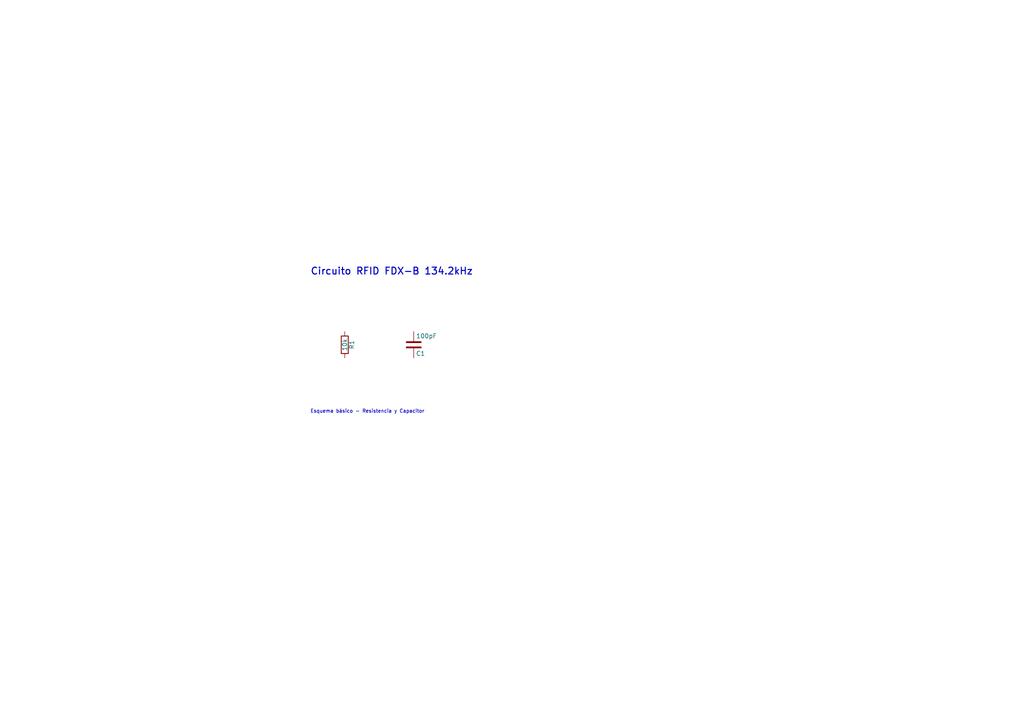
<source format=kicad_sch>
(kicad_sch (version 20230121) (generator eeschema)
  (paper "A4")
  (title_block (title "Lector RFID FDX-B para Caravanas") (date "2025-08-14") (rev "v1.0") (company "IoT Cloud Studio") (comment 1 "Lector de caravanas de ganado FDX-B 134.2kHz") (comment 2 "Basado en ESP32 con amplificador LM358") (comment 3 "Alcance: 10-15cm típico") (comment 4 "Protocolo ISO 11784/11785"))
  (lib_symbols
    (symbol "Device:R" (pin_numbers hide) (pin_names (offset 0))
      (property "Reference" "R" (at 2.032 0 90))
      (property "Value" "R" (at 0 0 90))
      (symbol "R_0_1"
        (rectangle (start -1.016 -2.54) (end 1.016 2.54) (stroke (width 0.254)))
      )
      (symbol "R_1_1"
        (pin passive line (at 0 3.81 270) (length 1.27) (name "~") (number "1"))
        (pin passive line (at 0 -3.81 90) (length 1.27) (name "~") (number "2"))
      )
    )
    (symbol "Device:C" (pin_numbers hide) (pin_names (offset 0.254))
      (property "Reference" "C" (at 0.635 2.54 0))
      (property "Value" "C" (at 0.635 -2.54 0))
      (symbol "C_0_1"
        (polyline (pts (xy -2.032 -0.762) (xy 2.032 -0.762)) (stroke (width 0.508)))
        (polyline (pts (xy -2.032 0.762) (xy 2.032 0.762)) (stroke (width 0.508)))
      )
      (symbol "C_1_1"
        (pin passive line (at 0 3.81 270) (length 2.794) (name "~") (number "1"))
        (pin passive line (at 0 -3.81 90) (length 2.794) (name "~") (number "2"))
      )
    )
  )
  (symbol (lib_id "Device:R") (at 100 100 0) (unit 1)
    (property "Reference" "R1" (at 102.032 100 90))
    (property "Value" "10k" (at 100 100 90))
  )
  (symbol (lib_id "Device:C") (at 120 100 0) (unit 1)
    (property "Reference" "C1" (at 120.635 102.54 0) (effects (justify left)))
    (property "Value" "100pF" (at 120.635 97.46 0) (effects (justify left)))
  )
  (text "Circuito RFID FDX-B 134.2kHz" (at 90 80 0) (effects (font (size 2 2) (thickness 0.3)) (justify left bottom)))
  (text "Esquema básico - Resistencia y Capacitor" (at 90 120 0) (effects (font (size 1 1)) (justify left bottom)))
)
</source>
